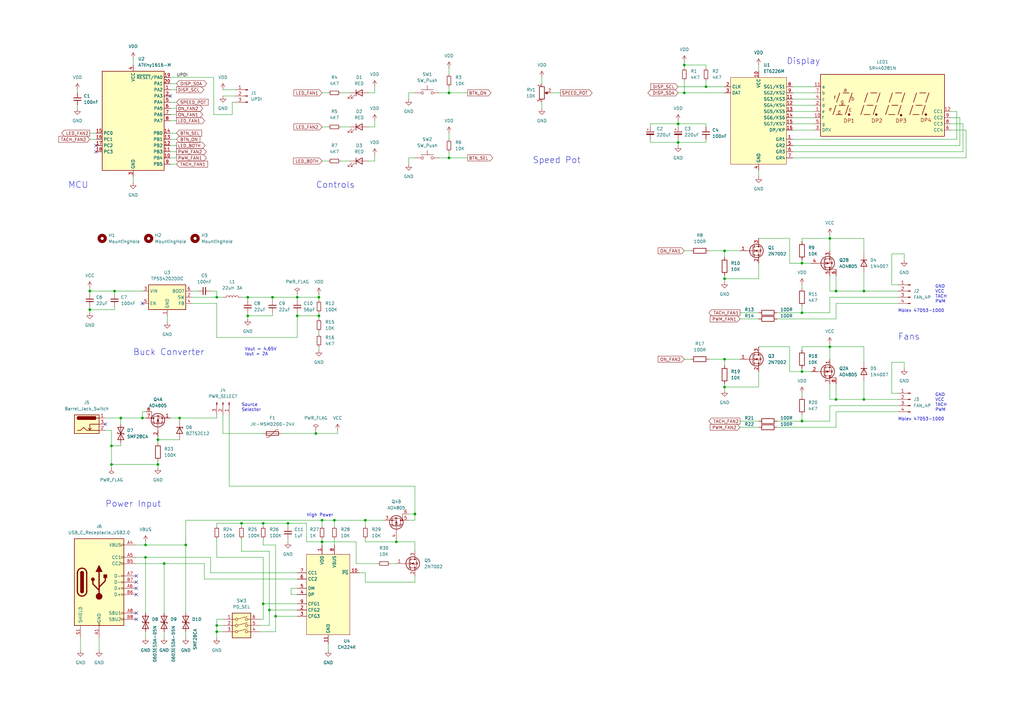
<source format=kicad_sch>
(kicad_sch (version 20211123) (generator eeschema)
  (paper "A3")
  (title_block (title "Dual PWM Fan Controller") (date "2023-04-25") (rev "1") (company "Sleepy Pony Labs"))
  (junction (at 111.76 121.92))
  (junction (at 130.81 129.54))
  (junction (at 45.72 190.5))
  (junction (at 59.69 228.6))
  (junction (at 342.9 163.83))
  (junction (at 107.95 214.63))
  (junction (at 328.93 172.72))
  (junction (at 107.95 247.65))
  (junction (at 46.99 119.38))
  (junction (at 184.15 64.77))
  (junction (at 129.54 177.8))
  (junction (at 132.08 213.36))
  (junction (at 88.9 121.92))
  (junction (at 289.56 35.56))
  (junction (at 184.15 38.1))
  (junction (at 113.03 252.73))
  (junction (at 297.18 102.87))
  (junction (at 280.67 38.1))
  (junction (at 118.11 214.63))
  (junction (at 101.6 129.54))
  (junction (at 354.33 163.83))
  (junction (at 121.92 121.92))
  (junction (at 328.93 128.27))
  (junction (at 170.18 210.82))
  (junction (at 297.18 147.32))
  (junction (at 101.6 121.92))
  (junction (at 340.36 142.24))
  (junction (at 59.69 223.52))
  (junction (at 64.77 190.5))
  (junction (at 76.2 223.52))
  (junction (at 64.77 180.34))
  (junction (at 137.16 213.36))
  (junction (at 328.93 107.95))
  (junction (at 297.18 114.3))
  (junction (at 278.13 58.42))
  (junction (at 88.9 256.54))
  (junction (at 88.9 259.08))
  (junction (at 99.06 214.63))
  (junction (at 36.83 127))
  (junction (at 342.9 119.38))
  (junction (at 67.31 231.14))
  (junction (at 110.49 250.19))
  (junction (at 121.92 129.54))
  (junction (at 58.42 171.45))
  (junction (at 132.08 222.25))
  (junction (at 278.13 50.8))
  (junction (at 297.18 158.75))
  (junction (at 36.83 119.38))
  (junction (at 149.86 213.36))
  (junction (at 73.66 171.45))
  (junction (at 328.93 152.4))
  (junction (at 45.72 182.88))
  (junction (at 340.36 97.79))
  (junction (at 130.81 121.92))
  (junction (at 280.67 26.67))
  (junction (at 162.56 222.25))
  (junction (at 49.53 171.45))
  (junction (at 354.33 119.38))
  (no_connect (at 69.85 39.37))
  (no_connect (at 58.42 124.46))
  (no_connect (at 39.37 62.23))
  (no_connect (at 39.37 59.69))
  (no_connect (at 55.88 238.76))
  (no_connect (at 55.88 236.22))
  (no_connect (at 43.18 173.99))
  (no_connect (at 55.88 243.84))
  (no_connect (at 55.88 241.3))
  (no_connect (at 55.88 254))
  (no_connect (at 55.88 251.46))
  (wire (pts (xy 278.13 50.8) (xy 278.13 52.07)))
  (wire (pts (xy 55.88 228.6) (xy 59.69 228.6)))
  (wire (pts (xy 278.13 35.56) (xy 289.56 35.56)))
  (wire (pts (xy 280.67 26.67) (xy 280.67 27.94)))
  (wire (pts (xy 392.43 45.72) (xy 389.89 45.72)))
  (wire (pts (xy 118.11 214.63) (xy 107.95 214.63)))
  (wire (pts (xy 132.08 38.1) (xy 134.62 38.1)))
  (wire (pts (xy 340.36 140.97) (xy 340.36 142.24)))
  (wire (pts (xy 36.83 119.38) (xy 46.99 119.38)))
  (wire (pts (xy 67.31 231.14) (xy 67.31 251.46)))
  (wire (pts (xy 58.42 168.91) (xy 58.42 171.45)))
  (wire (pts (xy 49.53 171.45) (xy 58.42 171.45)))
  (wire (pts (xy 325.12 38.1) (xy 334.01 38.1)))
  (wire (pts (xy 49.53 171.45) (xy 49.53 173.99)))
  (wire (pts (xy 91.44 39.37) (xy 96.52 39.37)))
  (wire (pts (xy 46.99 119.38) (xy 46.99 120.65)))
  (wire (pts (xy 125.73 214.63) (xy 125.73 222.25)))
  (wire (pts (xy 325.12 57.15) (xy 392.43 57.15)))
  (wire (pts (xy 115.57 177.8) (xy 129.54 177.8)))
  (wire (pts (xy 340.36 172.72) (xy 340.36 166.37)))
  (wire (pts (xy 396.24 64.77) (xy 396.24 53.34)))
  (wire (pts (xy 99.06 214.63) (xy 88.9 214.63)))
  (wire (pts (xy 107.95 247.65) (xy 107.95 228.6)))
  (wire (pts (xy 278.13 50.8) (xy 266.7 50.8)))
  (wire (pts (xy 297.18 158.75) (xy 297.18 160.02)))
  (wire (pts (xy 146.05 222.25) (xy 132.08 222.25)))
  (wire (pts (xy 67.31 259.08) (xy 67.31 261.62)))
  (wire (pts (xy 88.9 259.08) (xy 88.9 261.62)))
  (wire (pts (xy 342.9 119.38) (xy 342.9 113.03)))
  (wire (pts (xy 69.85 41.91) (xy 72.39 41.91)))
  (wire (pts (xy 64.77 189.23) (xy 64.77 190.5)))
  (wire (pts (xy 280.67 147.32) (xy 283.21 147.32)))
  (wire (pts (xy 354.33 97.79) (xy 340.36 97.79)))
  (wire (pts (xy 311.15 114.3) (xy 311.15 107.95)))
  (wire (pts (xy 289.56 35.56) (xy 289.56 33.02)))
  (wire (pts (xy 368.3 161.29) (xy 365.76 161.29)))
  (wire (pts (xy 31.75 36.83) (xy 31.75 38.1)))
  (wire (pts (xy 278.13 57.15) (xy 278.13 58.42)))
  (wire (pts (xy 130.81 129.54) (xy 130.81 128.27)))
  (wire (pts (xy 342.9 130.81) (xy 342.9 124.46)))
  (wire (pts (xy 121.92 129.54) (xy 121.92 138.43)))
  (wire (pts (xy 96.52 41.91) (xy 95.25 41.91)))
  (wire (pts (xy 278.13 58.42) (xy 266.7 58.42)))
  (wire (pts (xy 110.49 226.06) (xy 99.06 226.06)))
  (wire (pts (xy 184.15 62.23) (xy 184.15 64.77)))
  (wire (pts (xy 396.24 53.34) (xy 389.89 53.34)))
  (wire (pts (xy 325.12 62.23) (xy 394.97 62.23)))
  (wire (pts (xy 118.11 220.98) (xy 118.11 222.25)))
  (wire (pts (xy 325.12 59.69) (xy 393.7 59.69)))
  (wire (pts (xy 68.58 129.54) (xy 68.58 132.08)))
  (wire (pts (xy 76.2 213.36) (xy 132.08 213.36)))
  (wire (pts (xy 69.85 49.53) (xy 72.39 49.53)))
  (wire (pts (xy 69.85 54.61) (xy 72.39 54.61)))
  (wire (pts (xy 132.08 52.07) (xy 134.62 52.07)))
  (wire (pts (xy 297.18 102.87) (xy 303.53 102.87)))
  (wire (pts (xy 340.36 113.03) (xy 340.36 119.38)))
  (wire (pts (xy 46.99 127) (xy 46.99 125.73)))
  (wire (pts (xy 365.76 161.29) (xy 365.76 148.59)))
  (wire (pts (xy 325.12 64.77) (xy 396.24 64.77)))
  (wire (pts (xy 59.69 228.6) (xy 86.36 228.6)))
  (wire (pts (xy 59.69 228.6) (xy 59.69 251.46)))
  (wire (pts (xy 393.7 48.26) (xy 389.89 48.26)))
  (wire (pts (xy 36.83 125.73) (xy 36.83 127)))
  (wire (pts (xy 153.67 38.1) (xy 151.13 38.1)))
  (wire (pts (xy 121.92 247.65) (xy 107.95 247.65)))
  (wire (pts (xy 354.33 111.76) (xy 354.33 119.38)))
  (wire (pts (xy 31.75 43.18) (xy 31.75 44.45)))
  (wire (pts (xy 146.05 222.25) (xy 146.05 231.14)))
  (wire (pts (xy 45.72 176.53) (xy 43.18 176.53)))
  (wire (pts (xy 323.85 152.4) (xy 323.85 142.24)))
  (wire (pts (xy 153.67 49.53) (xy 153.67 52.07)))
  (wire (pts (xy 45.72 190.5) (xy 45.72 191.77)))
  (wire (pts (xy 184.15 54.61) (xy 184.15 57.15)))
  (wire (pts (xy 91.44 254) (xy 88.9 254)))
  (wire (pts (xy 59.69 222.25) (xy 59.69 223.52)))
  (wire (pts (xy 311.15 26.67) (xy 311.15 29.21)))
  (wire (pts (xy 280.67 38.1) (xy 297.18 38.1)))
  (wire (pts (xy 45.72 190.5) (xy 45.72 182.88)))
  (wire (pts (xy 323.85 107.95) (xy 323.85 97.79)))
  (wire (pts (xy 297.18 113.03) (xy 297.18 114.3)))
  (wire (pts (xy 91.44 256.54) (xy 88.9 256.54)))
  (wire (pts (xy 73.66 171.45) (xy 73.66 172.72)))
  (wire (pts (xy 289.56 58.42) (xy 278.13 58.42)))
  (wire (pts (xy 119.38 241.3) (xy 121.92 241.3)))
  (wire (pts (xy 325.12 50.8) (xy 334.01 50.8)))
  (wire (pts (xy 132.08 220.98) (xy 132.08 222.25)))
  (wire (pts (xy 340.36 166.37) (xy 368.3 166.37)))
  (wire (pts (xy 91.44 170.18) (xy 91.44 177.8)))
  (wire (pts (xy 325.12 45.72) (xy 334.01 45.72)))
  (wire (pts (xy 36.83 54.61) (xy 39.37 54.61)))
  (wire (pts (xy 121.92 250.19) (xy 110.49 250.19)))
  (wire (pts (xy 297.18 147.32) (xy 297.18 149.86)))
  (wire (pts (xy 59.69 223.52) (xy 76.2 223.52)))
  (wire (pts (xy 328.93 128.27) (xy 328.93 125.73)))
  (wire (pts (xy 340.36 157.48) (xy 340.36 163.83)))
  (wire (pts (xy 36.83 57.15) (xy 39.37 57.15)))
  (wire (pts (xy 328.93 128.27) (xy 340.36 128.27)))
  (wire (pts (xy 393.7 59.69) (xy 393.7 48.26)))
  (wire (pts (xy 147.32 234.95) (xy 149.86 234.95)))
  (wire (pts (xy 328.93 152.4) (xy 323.85 152.4)))
  (wire (pts (xy 303.53 175.26) (xy 311.15 175.26)))
  (wire (pts (xy 99.06 121.92) (xy 101.6 121.92)))
  (wire (pts (xy 365.76 116.84) (xy 365.76 104.14)))
  (wire (pts (xy 184.15 27.94) (xy 184.15 30.48)))
  (wire (pts (xy 325.12 43.18) (xy 334.01 43.18)))
  (wire (pts (xy 394.97 62.23) (xy 394.97 50.8)))
  (wire (pts (xy 119.38 241.3) (xy 119.38 243.84)))
  (wire (pts (xy 101.6 121.92) (xy 111.76 121.92)))
  (wire (pts (xy 107.95 228.6) (xy 88.9 228.6)))
  (wire (pts (xy 129.54 177.8) (xy 138.43 177.8)))
  (wire (pts (xy 354.33 163.83) (xy 342.9 163.83)))
  (wire (pts (xy 280.67 26.67) (xy 289.56 26.67)))
  (wire (pts (xy 167.64 38.1) (xy 167.64 40.64)))
  (wire (pts (xy 149.86 238.76) (xy 170.18 238.76)))
  (wire (pts (xy 59.69 168.91) (xy 58.42 168.91)))
  (wire (pts (xy 297.18 157.48) (xy 297.18 158.75)))
  (wire (pts (xy 365.76 148.59) (xy 370.84 148.59)))
  (wire (pts (xy 91.44 36.83) (xy 96.52 36.83)))
  (wire (pts (xy 149.86 213.36) (xy 157.48 213.36)))
  (wire (pts (xy 278.13 50.8) (xy 289.56 50.8)))
  (wire (pts (xy 170.18 38.1) (xy 167.64 38.1)))
  (wire (pts (xy 73.66 180.34) (xy 64.77 180.34)))
  (wire (pts (xy 113.03 259.08) (xy 113.03 252.73)))
  (wire (pts (xy 87.63 46.99) (xy 87.63 31.75)))
  (wire (pts (xy 328.93 107.95) (xy 328.93 106.68)))
  (wire (pts (xy 340.36 142.24) (xy 328.93 142.24)))
  (wire (pts (xy 107.95 214.63) (xy 107.95 215.9)))
  (wire (pts (xy 36.83 119.38) (xy 36.83 120.65)))
  (wire (pts (xy 58.42 171.45) (xy 59.69 171.45)))
  (wire (pts (xy 153.67 35.56) (xy 153.67 38.1)))
  (wire (pts (xy 107.95 214.63) (xy 99.06 214.63)))
  (wire (pts (xy 99.06 226.06) (xy 99.06 220.98)))
  (wire (pts (xy 138.43 177.8) (xy 138.43 176.53)))
  (wire (pts (xy 318.77 172.72) (xy 328.93 172.72)))
  (wire (pts (xy 78.74 121.92) (xy 88.9 121.92)))
  (wire (pts (xy 340.36 163.83) (xy 342.9 163.83)))
  (wire (pts (xy 370.84 148.59) (xy 370.84 151.13)))
  (wire (pts (xy 101.6 121.92) (xy 101.6 123.19)))
  (wire (pts (xy 76.2 259.08) (xy 76.2 261.62)))
  (wire (pts (xy 64.77 190.5) (xy 45.72 190.5)))
  (wire (pts (xy 137.16 213.36) (xy 132.08 213.36)))
  (wire (pts (xy 325.12 53.34) (xy 334.01 53.34)))
  (wire (pts (xy 340.36 119.38) (xy 342.9 119.38)))
  (wire (pts (xy 289.56 35.56) (xy 297.18 35.56)))
  (wire (pts (xy 54.61 24.13) (xy 54.61 26.67)))
  (wire (pts (xy 130.81 135.89) (xy 130.81 137.16)))
  (wire (pts (xy 86.36 119.38) (xy 88.9 119.38)))
  (wire (pts (xy 354.33 148.59) (xy 354.33 142.24)))
  (wire (pts (xy 328.93 172.72) (xy 340.36 172.72)))
  (wire (pts (xy 392.43 57.15) (xy 392.43 45.72)))
  (wire (pts (xy 45.72 182.88) (xy 45.72 176.53)))
  (wire (pts (xy 342.9 168.91) (xy 368.3 168.91)))
  (wire (pts (xy 130.81 129.54) (xy 130.81 130.81)))
  (wire (pts (xy 280.67 102.87) (xy 283.21 102.87)))
  (wire (pts (xy 49.53 182.88) (xy 45.72 182.88)))
  (wire (pts (xy 88.9 138.43) (xy 88.9 124.46)))
  (wire (pts (xy 107.95 223.52) (xy 107.95 220.98)))
  (wire (pts (xy 110.49 250.19) (xy 110.49 226.06)))
  (wire (pts (xy 290.83 147.32) (xy 297.18 147.32)))
  (wire (pts (xy 40.64 261.62) (xy 40.64 266.7)))
  (wire (pts (xy 78.74 119.38) (xy 81.28 119.38)))
  (wire (pts (xy 278.13 49.53) (xy 278.13 50.8)))
  (wire (pts (xy 323.85 142.24) (xy 311.15 142.24)))
  (wire (pts (xy 328.93 161.29) (xy 328.93 162.56)))
  (wire (pts (xy 318.77 175.26) (xy 342.9 175.26)))
  (wire (pts (xy 121.92 138.43) (xy 88.9 138.43)))
  (wire (pts (xy 226.06 38.1) (xy 229.87 38.1)))
  (wire (pts (xy 167.64 210.82) (xy 170.18 210.82)))
  (wire (pts (xy 149.86 234.95) (xy 149.86 238.76)))
  (wire (pts (xy 111.76 121.92) (xy 121.92 121.92)))
  (wire (pts (xy 149.86 222.25) (xy 162.56 222.25)))
  (wire (pts (xy 88.9 119.38) (xy 88.9 121.92)))
  (wire (pts (xy 325.12 35.56) (xy 334.01 35.56)))
  (wire (pts (xy 328.93 116.84) (xy 328.93 118.11)))
  (wire (pts (xy 368.3 119.38) (xy 354.33 119.38)))
  (wire (pts (xy 139.7 52.07) (xy 143.51 52.07)))
  (wire (pts (xy 184.15 35.56) (xy 184.15 38.1)))
  (wire (pts (xy 332.74 107.95) (xy 328.93 107.95)))
  (wire (pts (xy 88.9 171.45) (xy 88.9 170.18)))
  (wire (pts (xy 130.81 121.92) (xy 130.81 123.19)))
  (wire (pts (xy 54.61 72.39) (xy 54.61 74.93)))
  (wire (pts (xy 354.33 156.21) (xy 354.33 163.83)))
  (wire (pts (xy 129.54 177.8) (xy 129.54 176.53)))
  (wire (pts (xy 86.36 228.6) (xy 86.36 234.95)))
  (wire (pts (xy 64.77 180.34) (xy 64.77 181.61)))
  (wire (pts (xy 111.76 129.54) (xy 111.76 128.27)))
  (wire (pts (xy 153.67 52.07) (xy 151.13 52.07)))
  (wire (pts (xy 130.81 142.24) (xy 130.81 143.51)))
  (wire (pts (xy 69.85 62.23) (xy 72.39 62.23)))
  (wire (pts (xy 107.95 254) (xy 107.95 247.65)))
  (wire (pts (xy 170.18 210.82) (xy 170.18 199.39)))
  (wire (pts (xy 88.9 256.54) (xy 88.9 259.08)))
  (wire (pts (xy 111.76 121.92) (xy 111.76 123.19)))
  (wire (pts (xy 139.7 38.1) (xy 143.51 38.1)))
  (wire (pts (xy 170.18 64.77) (xy 167.64 64.77)))
  (wire (pts (xy 340.36 147.32) (xy 340.36 142.24)))
  (wire (pts (xy 88.9 124.46) (xy 78.74 124.46)))
  (wire (pts (xy 325.12 40.64) (xy 334.01 40.64)))
  (wire (pts (xy 370.84 104.14) (xy 370.84 106.68)))
  (wire (pts (xy 59.69 259.08) (xy 59.69 261.62)))
  (wire (pts (xy 318.77 128.27) (xy 328.93 128.27)))
  (wire (pts (xy 130.81 120.65) (xy 130.81 121.92)))
  (wire (pts (xy 332.74 152.4) (xy 328.93 152.4)))
  (wire (pts (xy 106.68 259.08) (xy 113.03 259.08)))
  (wire (pts (xy 303.53 172.72) (xy 311.15 172.72)))
  (wire (pts (xy 88.9 254) (xy 88.9 256.54)))
  (wire (pts (xy 46.99 119.38) (xy 58.42 119.38)))
  (wire (pts (xy 222.25 31.75) (xy 222.25 34.29)))
  (wire (pts (xy 154.94 231.14) (xy 146.05 231.14)))
  (wire (pts (xy 121.92 129.54) (xy 130.81 129.54)))
  (wire (pts (xy 289.56 57.15) (xy 289.56 58.42)))
  (wire (pts (xy 139.7 66.04) (xy 143.51 66.04)))
  (wire (pts (xy 323.85 97.79) (xy 311.15 97.79)))
  (wire (pts (xy 278.13 58.42) (xy 278.13 59.69)))
  (wire (pts (xy 73.66 171.45) (xy 88.9 171.45)))
  (wire (pts (xy 69.85 36.83) (xy 72.39 36.83)))
  (wire (pts (xy 121.92 120.65) (xy 121.92 121.92)))
  (wire (pts (xy 289.56 50.8) (xy 289.56 52.07)))
  (wire (pts (xy 167.64 64.77) (xy 167.64 67.31)))
  (wire (pts (xy 342.9 175.26) (xy 342.9 168.91)))
  (wire (pts (xy 170.18 238.76) (xy 170.18 236.22)))
  (wire (pts (xy 55.88 231.14) (xy 67.31 231.14)))
  (wire (pts (xy 170.18 199.39) (xy 93.98 199.39)))
  (wire (pts (xy 318.77 130.81) (xy 342.9 130.81)))
  (wire (pts (xy 170.18 222.25) (xy 170.18 226.06)))
  (wire (pts (xy 278.13 38.1) (xy 280.67 38.1)))
  (wire (pts (xy 64.77 190.5) (xy 64.77 191.77)))
  (wire (pts (xy 43.18 171.45) (xy 49.53 171.45)))
  (wire (pts (xy 149.86 220.98) (xy 149.86 222.25)))
  (wire (pts (xy 101.6 129.54) (xy 101.6 130.81)))
  (wire (pts (xy 36.83 127) (xy 46.99 127)))
  (wire (pts (xy 113.03 252.73) (xy 113.03 223.52)))
  (wire (pts (xy 125.73 222.25) (xy 132.08 222.25)))
  (wire (pts (xy 64.77 180.34) (xy 64.77 179.07)))
  (wire (pts (xy 368.3 116.84) (xy 365.76 116.84)))
  (wire (pts (xy 69.85 44.45) (xy 72.39 44.45)))
  (wire (pts (xy 106.68 256.54) (xy 110.49 256.54)))
  (wire (pts (xy 290.83 102.87) (xy 297.18 102.87)))
  (wire (pts (xy 132.08 222.25) (xy 132.08 223.52)))
  (wire (pts (xy 328.93 107.95) (xy 323.85 107.95)))
  (wire (pts (xy 95.25 41.91) (xy 95.25 46.99)))
  (wire (pts (xy 113.03 223.52) (xy 107.95 223.52)))
  (wire (pts (xy 121.92 121.92) (xy 121.92 123.19)))
  (wire (pts (xy 69.85 64.77) (xy 72.39 64.77)))
  (wire (pts (xy 311.15 69.85) (xy 311.15 72.39)))
  (wire (pts (xy 328.93 142.24) (xy 328.93 143.51)))
  (wire (pts (xy 184.15 38.1) (xy 191.77 38.1)))
  (wire (pts (xy 69.85 57.15) (xy 72.39 57.15)))
  (wire (pts (xy 340.36 121.92) (xy 368.3 121.92)))
  (wire (pts (xy 36.83 127) (xy 36.83 128.27)))
  (wire (pts (xy 88.9 121.92) (xy 91.44 121.92)))
  (wire (pts (xy 132.08 213.36) (xy 132.08 215.9)))
  (wire (pts (xy 340.36 97.79) (xy 328.93 97.79)))
  (wire (pts (xy 340.36 96.52) (xy 340.36 97.79)))
  (wire (pts (xy 88.9 228.6) (xy 88.9 220.98)))
  (wire (pts (xy 280.67 38.1) (xy 280.67 33.02)))
  (wire (pts (xy 67.31 231.14) (xy 83.82 231.14)))
  (wire (pts (xy 354.33 119.38) (xy 342.9 119.38)))
  (wire (pts (xy 340.36 128.27) (xy 340.36 121.92)))
  (wire (pts (xy 76.2 223.52) (xy 76.2 213.36)))
  (wire (pts (xy 328.93 152.4) (xy 328.93 151.13)))
  (wire (pts (xy 36.83 119.38) (xy 36.83 118.11)))
  (wire (pts (xy 106.68 254) (xy 107.95 254)))
  (wire (pts (xy 134.62 264.16) (xy 134.62 266.7)))
  (wire (pts (xy 289.56 26.67) (xy 289.56 27.94)))
  (wire (pts (xy 101.6 128.27) (xy 101.6 129.54)))
  (wire (pts (xy 153.67 63.5) (xy 153.67 66.04)))
  (wire (pts (xy 303.53 128.27) (xy 311.15 128.27)))
  (wire (pts (xy 170.18 210.82) (xy 170.18 213.36)))
  (wire (pts (xy 340.36 102.87) (xy 340.36 97.79)))
  (wire (pts (xy 101.6 129.54) (xy 111.76 129.54)))
  (wire (pts (xy 184.15 38.1) (xy 180.34 38.1)))
  (wire (pts (xy 95.25 46.99) (xy 87.63 46.99)))
  (wire (pts (xy 69.85 59.69) (xy 72.39 59.69)))
  (wire (pts (xy 162.56 222.25) (xy 170.18 222.25)))
  (wire (pts (xy 342.9 163.83) (xy 342.9 157.48)))
  (wire (pts (xy 311.15 158.75) (xy 311.15 152.4)))
  (wire (pts (xy 118.11 215.9) (xy 118.11 214.63)))
  (wire (pts (xy 328.93 172.72) (xy 328.93 170.18)))
  (wire (pts (xy 121.92 128.27) (xy 121.92 129.54)))
  (wire (pts (xy 99.06 214.63) (xy 99.06 215.9)))
  (wire (pts (xy 76.2 223.52) (xy 76.2 251.46)))
  (wire (pts (xy 69.85 46.99) (xy 72.39 46.99)))
  (wire (pts (xy 118.11 214.63) (xy 125.73 214.63)))
  (wire (pts (xy 280.67 25.4) (xy 280.67 26.67)))
  (wire (pts (xy 69.85 31.75) (xy 87.63 31.75)))
  (wire (pts (xy 222.25 41.91) (xy 222.25 44.45)))
  (wire (pts (xy 93.98 199.39) (xy 93.98 170.18)))
  (wire (pts (xy 49.53 181.61) (xy 49.53 182.88)))
  (wire (pts (xy 91.44 177.8) (xy 107.95 177.8)))
  (wire (pts (xy 368.3 163.83) (xy 354.33 163.83)))
  (wire (pts (xy 160.02 231.14) (xy 162.56 231.14)))
  (wire (pts (xy 33.02 261.62) (xy 33.02 266.7)))
  (wire (pts (xy 132.08 66.04) (xy 134.62 66.04)))
  (wire (pts (xy 266.7 58.42) (xy 266.7 57.15)))
  (wire (pts (xy 325.12 48.26) (xy 334.01 48.26)))
  (wire (pts (xy 170.18 213.36) (xy 167.64 213.36)))
  (wire (pts (xy 55.88 223.52) (xy 59.69 223.52)))
  (wire (pts (xy 365.76 104.14) (xy 370.84 104.14)))
  (wire (pts (xy 110.49 256.54) (xy 110.49 250.19)))
  (wire (pts (xy 137.16 215.9) (xy 137.16 213.36)))
  (wire (pts (xy 88.9 214.63) (xy 88.9 215.9)))
  (wire (pts (xy 119.38 243.84) (xy 121.92 243.84)))
  (wire (pts (xy 121.92 252.73) (xy 113.03 252.73)))
  (wire (pts (xy 297.18 114.3) (xy 311.15 114.3)))
  (wire (pts (xy 297.18 147.32) (xy 303.53 147.32)))
  (wire (pts (xy 297.18 158.75) (xy 311.15 158.75)))
  (wire (pts (xy 297.18 114.3) (xy 297.18 115.57)))
  (wire (pts (xy 69.85 67.31) (xy 72.39 67.31)))
  (wire (pts (xy 342.9 124.46) (xy 368.3 124.46)))
  (wire (pts (xy 162.56 222.25) (xy 162.56 220.98)))
  (wire (pts (xy 83.82 237.49) (xy 121.92 237.49)))
  (wire (pts (xy 83.82 231.14) (xy 83.82 237.49)))
  (wire (pts (xy 184.15 64.77) (xy 180.34 64.77)))
  (wire (pts (xy 266.7 50.8) (xy 266.7 52.07)))
  (wire (pts (xy 303.53 130.81) (xy 311.15 130.81)))
  (wire (pts (xy 328.93 97.79) (xy 328.93 99.06)))
  (wire (pts (xy 137.16 213.36) (xy 149.86 213.36)))
  (wire (pts (xy 121.92 121.92) (xy 130.81 121.92)))
  (wire (pts (xy 153.67 66.04) (xy 151.13 66.04)))
  (wire (pts (xy 69.85 34.29) (xy 72.39 34.29)))
  (wire (pts (xy 354.33 142.24) (xy 340.36 142.24)))
  (wire (pts (xy 137.16 220.98) (xy 137.16 223.52)))
  (wire (pts (xy 86.36 234.95) (xy 121.92 234.95)))
  (wire (pts (xy 354.33 104.14) (xy 354.33 97.79)))
  (wire (pts (xy 69.85 171.45) (xy 73.66 171.45)))
  (wire (pts (xy 297.18 102.87) (xy 297.18 105.41)))
  (wire (pts (xy 149.86 213.36) (xy 149.86 215.9)))
  (wire (pts (xy 184.15 64.77) (xy 191.77 64.77)))
  (wire (pts (xy 91.44 259.08) (xy 88.9 259.08)))
  (wire (pts (xy 394.97 50.8) (xy 389.89 50.8)))
  (text "Fans" (at 368.3 139.7 0) (effects (font (size 2.54 2.54)) (justify left bottom)))
  (text "Molex 47053-1000" (at 368.3 128.27 0) (effects (font (size 1.27 1.27)) (justify left bottom)))
  (text "GND\nVCC\nTACH\nPWM" (at 383.54 168.91 0) (effects (font (size 1.27 1.27)) (justify left bottom)))
  (text "High Power" (at 125.73 212.09 0) (effects (font (size 1.27 1.27)) (justify left bottom)))
  (text "MCU" (at 27.94 77.47 0) (effects (font (size 2.54 2.54)) (justify left bottom)))
  (text "Vout = 4.65V\nIout = 2A" (at 100.33 146.05 0) (effects (font (size 1.27 1.27)) (justify left bottom)))
  (text "Display" (at 322.58 26.67 0) (effects (font (size 2.54 2.54)) (justify left bottom)))
  (text "Source\nSelector" (at 99.06 168.91 0) (effects (font (size 1.27 1.27)) (justify left bottom)))
  (text "Buck Converter" (at 54.61 146.05 0) (effects (font (size 2.54 2.54)) (justify left bottom)))
  (text "Controls" (at 129.54 77.47 0) (effects (font (size 2.54 2.54)) (justify left bottom)))
  (text "Molex 47053-1000" (at 368.3 172.72 0) (effects (font (size 1.27 1.27)) (justify left bottom)))
  (text "GND\nVCC\nTACH\nPWM" (at 383.54 124.46 0) (effects (font (size 1.27 1.27)) (justify left bottom)))
  (text "Speed Pot" (at 218.44 67.31 0) (effects (font (size 2.54 2.54)) (justify left bottom)))
  (text "Power Input" (at 43.18 208.28 0) (effects (font (size 2.54 2.54)) (justify left bottom)))
  (label "UPDI" (at 72.39 31.75 0))
  (global_label "DISP_SCL" (shape output) (at 72.39 36.83 0) (property "Intersheet References" "${INTERSHEET_REFS}" (effects hide)))
  (global_label "BTN_ON" (shape output) (at 191.77 38.1 0) (property "Intersheet References" "${INTERSHEET_REFS}" (effects hide)))
  (global_label "ON_FAN1" (shape output) (at 72.39 46.99 0) (property "Intersheet References" "${INTERSHEET_REFS}" (effects hide)))
  (global_label "DISP_SCL" (shape input) (at 278.13 35.56 180) (property "Intersheet References" "${INTERSHEET_REFS}" (effects hide)))
  (global_label "TACH_FAN1" (shape output) (at 303.53 128.27 180) (property "Intersheet References" "${INTERSHEET_REFS}" (effects hide)))
  (global_label "PWM_FAN2" (shape output) (at 72.39 62.23 0) (property "Intersheet References" "${INTERSHEET_REFS}" (effects hide)))
  (global_label "LED_BOTH" (shape output) (at 72.39 59.69 0) (property "Intersheet References" "${INTERSHEET_REFS}" (effects hide)))
  (global_label "SPEED_POT" (shape output) (at 229.87 38.1 0) (property "Intersheet References" "${INTERSHEET_REFS}" (effects hide)))
  (global_label "TACH_FAN1" (shape input) (at 72.39 67.31 0) (property "Intersheet References" "${INTERSHEET_REFS}" (effects hide)))
  (global_label "LED_FAN2" (shape output) (at 36.83 54.61 180) (property "Intersheet References" "${INTERSHEET_REFS}" (effects hide)))
  (global_label "PWM_FAN1" (shape input) (at 303.53 130.81 180) (property "Intersheet References" "${INTERSHEET_REFS}" (effects hide)))
  (global_label "LED_FAN1" (shape output) (at 72.39 49.53 0) (property "Intersheet References" "${INTERSHEET_REFS}" (effects hide)))
  (global_label "LED_FAN2" (shape input) (at 132.08 52.07 180) (property "Intersheet References" "${INTERSHEET_REFS}" (effects hide)))
  (global_label "ON_FAN1" (shape input) (at 280.67 102.87 180) (property "Intersheet References" "${INTERSHEET_REFS}" (effects hide)))
  (global_label "LED_BOTH" (shape input) (at 132.08 66.04 180) (property "Intersheet References" "${INTERSHEET_REFS}" (effects hide)))
  (global_label "SPEED_POT" (shape input) (at 72.39 41.91 0) (property "Intersheet References" "${INTERSHEET_REFS}" (effects hide)))
  (global_label "BTN_SEL" (shape input) (at 72.39 54.61 0) (property "Intersheet References" "${INTERSHEET_REFS}" (effects hide)))
  (global_label "DISP_SDA" (shape bidirectional) (at 278.13 38.1 180) (property "Intersheet References" "${INTERSHEET_REFS}" (effects hide)))
  (global_label "ON_FAN2" (shape input) (at 280.67 147.32 180) (property "Intersheet References" "${INTERSHEET_REFS}" (effects hide)))
  (global_label "DISP_SDA" (shape bidirectional) (at 72.39 34.29 0) (property "Intersheet References" "${INTERSHEET_REFS}" (effects hide)))
  (global_label "TACH_FAN2" (shape input) (at 36.83 57.15 180) (property "Intersheet References" "${INTERSHEET_REFS}" (effects hide)))
  (global_label "PWM_FAN2" (shape input) (at 303.53 175.26 180) (property "Intersheet References" "${INTERSHEET_REFS}" (effects hide)))
  (global_label "LED_FAN1" (shape input) (at 132.08 38.1 180) (property "Intersheet References" "${INTERSHEET_REFS}" (effects hide)))
  (global_label "BTN_SEL" (shape output) (at 191.77 64.77 0) (property "Intersheet References" "${INTERSHEET_REFS}" (effects hide)))
  (global_label "BTN_ON" (shape input) (at 72.39 57.15 0) (property "Intersheet References" "${INTERSHEET_REFS}" (effects hide)))
  (global_label "ON_FAN2" (shape output) (at 72.39 44.45 0) (property "Intersheet References" "${INTERSHEET_REFS}" (effects hide)))
  (global_label "PWM_FAN1" (shape output) (at 72.39 64.77 0) (property "Intersheet References" "${INTERSHEET_REFS}" (effects hide)))
  (global_label "TACH_FAN2" (shape output) (at 303.53 172.72 180) (property "Intersheet References" "${INTERSHEET_REFS}" (effects hide)))
  (symbol (lib_id "power:VDD") (at 31.75 36.83 0) (unit 1)
    (property "Reference" "#PWR07" (effects hide))
    (property "Value" "VDD" (at 31.75 31.75 0))
  )
  (symbol (lib_id "Device:D") (at 354.33 152.4 270) (unit 1)
    (property "Reference" "D5" (at 356.87 151.1299 90) (effects (justify left)))
    (property "Value" "1N4007" (at 356.87 153.6699 90) (effects (justify left)))
    (property "Footprint" "Diode_SMD:D_SOD-123F" (effects hide))
  )
  (symbol (lib_id "power:GND") (at 88.9 261.62 0) (unit 1)
    (property "Reference" "#PWR041" (effects hide))
    (property "Value" "GND" (at 88.9 266.7 0))
  )
  (symbol (lib_id "Device:R_Small") (at 157.48 231.14 90) (unit 1)
    (property "Reference" "R30" (at 157.48 224.79 90))
    (property "Value" "10K" (at 157.48 227.33 90))
    (property "Footprint" "Resistor_SMD:R_0603_1608Metric" (effects hide))
  )
  (symbol (lib_id "power:GND") (at 36.83 128.27 0) (unit 1)
    (property "Reference" "#PWR027" (effects hide))
    (property "Value" "GND" (at 36.83 133.35 0))
  )
  (symbol (lib_id "power:VDD") (at 280.67 25.4 0) (unit 1)
    (property "Reference" "#PWR02" (effects hide))
    (property "Value" "VDD" (at 280.67 20.32 0))
  )
  (symbol (lib_id "power:VBUS") (at 59.69 222.25 0) (unit 1)
    (property "Reference" "#PWR0101" (effects hide))
    (property "Value" "VBUS" (at 59.69 217.17 0))
  )
  (symbol (lib_id "power:PWR_FLAG") (at 121.92 120.65 0) (unit 1)
    (property "Reference" "#FLG01" (effects hide))
    (property "Value" "PWR_FLAG" (at 121.92 115.57 0))
  )
  (symbol (lib_id "Device:Q_Dual_PMOS_S1G1S2G2D2D2D1D1") (at 337.82 107.95 0) (mirror x) (unit 2)
    (property "Reference" "Q2" (at 344.17 106.6799 0) (effects (justify left)))
    (property "Value" "AO4805" (at 344.17 109.2199 0) (effects (justify left)))
    (property "Footprint" "Package_SO:SOIC-8_3.9x4.9mm_P1.27mm" (effects hide))
  )
  (symbol (lib_id "power:PWR_FLAG") (at 129.54 176.53 0) (unit 1)
    (property "Reference" "#FLG02" (effects hide))
    (property "Value" "PWR_FLAG" (at 129.54 171.45 0))
  )
  (symbol (lib_id "Device:R") (at 64.77 185.42 0) (unit 1)
    (property "Reference" "R23" (at 67.31 184.1499 0) (effects (justify left)))
    (property "Value" "100K" (at 67.31 186.6899 0) (effects (justify left)))
    (property "Footprint" "Resistor_SMD:R_0603_1608Metric" (effects hide))
  )
  (symbol (lib_id "Mechanical:MountingHole") (at 60.96 97.79 0) (unit 1)
    (property "Reference" "H2" (at 63.5 96.5199 0) (effects (justify left)))
    (property "Value" "MountingHole" (at 63.5 99.0599 0) (effects (justify left)))
    (property "Footprint" "MountingHole:MountingHole_2mm" (effects hide))
  )
  (symbol (lib_id "Transistor_FET:2N7002") (at 167.64 231.14 0) (unit 1)
    (property "Reference" "Q5" (at 173.99 229.8699 0) (effects (justify left)))
    (property "Value" "2N7002" (at 173.99 232.4099 0) (effects (justify left)))
    (property "Footprint" "Package_TO_SOT_SMD:SOT-23" (effects hide))
    (property "Datasheet" "https://www.onsemi.com/pub/Collateral/NDS7002A-D.PDF" (effects hide))
  )
  (symbol (lib_id "Device:Q_NMOS_GSD") (at 308.61 147.32 0) (unit 1)
    (property "Reference" "Q3" (at 314.96 146.0499 0) (effects (justify left)))
    (property "Value" "2N7002" (at 314.96 148.5899 0) (effects (justify left)))
    (property "Footprint" "Package_TO_SOT_SMD:SOT-23" (effects hide))
  )
  (symbol (lib_id "power:VDD") (at 153.67 63.5 0) (unit 1)
    (property "Reference" "#PWR017" (effects hide))
    (property "Value" "VDD" (at 153.67 58.42 0))
  )
  (symbol (lib_id "power:GND") (at 297.18 160.02 0) (unit 1)
    (property "Reference" "#PWR033" (effects hide))
    (property "Value" "GND" (at 297.18 165.1 0))
  )
  (symbol (lib_id "power:GND") (at 222.25 44.45 0) (unit 1)
    (property "Reference" "#PWR012" (effects hide))
    (property "Value" "GND" (at 222.25 49.53 0))
  )
  (symbol (lib_id "Switch:SW_DIP_x03") (at 99.06 259.08 0) (unit 1)
    (property "Reference" "SW3" (at 99.06 246.38 0))
    (property "Value" "PD_SEL" (at 99.06 248.92 0))
    (property "Footprint" "Button_Switch_SMD:SW_DIP_SPSTx03_Slide_KingTek_DSHP03TS_W7.62mm_P1.27mm" (effects hide))
  )
  (symbol (lib_id "power:GND") (at 118.11 222.25 0) (unit 1)
    (property "Reference" "#PWR037" (effects hide))
    (property "Value" "GND" (at 118.11 227.33 0))
  )
  (symbol (lib_id "Device:LED") (at 147.32 52.07 0) (unit 1)
    (property "Reference" "D2" (at 147.32 45.72 0))
    (property "Value" "RED" (at 147.32 48.26 0))
    (property "Footprint" "LED_SMD:LED_0603_1608Metric" (effects hide))
  )
  (symbol (lib_id "Device:R") (at 314.96 128.27 90) (unit 1)
    (property "Reference" "R13" (at 307.34 127 90))
    (property "Value" "100R" (at 322.58 127 90))
    (property "Footprint" "Resistor_SMD:R_0603_1608Metric" (effects hide))
  )
  (symbol (lib_id "power:GND") (at 130.81 143.51 0) (unit 1)
    (property "Reference" "#PWR031" (effects hide))
    (property "Value" "GND" (at 130.81 148.59 0))
  )
  (symbol (lib_id "power:VDD") (at 130.81 120.65 0) (unit 1)
    (property "Reference" "#PWR026" (effects hide))
    (property "Value" "VDD" (at 130.81 115.57 0))
  )
  (symbol (lib_id "power:GND") (at 67.31 261.62 0) (unit 1)
    (property "Reference" "#PWR039" (effects hide))
    (property "Value" "GND" (at 67.31 266.7 0))
  )
  (symbol (lib_id "Device:C_Small") (at 46.99 123.19 0) (unit 1)
    (property "Reference" "C7" (at 49.53 121.9262 0) (effects (justify left)))
    (property "Value" "100nF" (at 49.53 124.4662 0) (effects (justify left)))
    (property "Footprint" "Capacitor_SMD:C_0603_1608Metric" (effects hide))
  )
  (symbol (lib_id "Device:R") (at 297.18 153.67 0) (unit 1)
    (property "Reference" "R19" (at 299.72 152.3999 0) (effects (justify left)))
    (property "Value" "10K" (at 299.72 154.9399 0) (effects (justify left)))
    (property "Footprint" "Resistor_SMD:R_0603_1608Metric" (effects hide))
  )
  (symbol (lib_id "Device:R_Small") (at 130.81 125.73 0) (unit 1)
    (property "Reference" "R12" (at 133.35 124.4599 0) (effects (justify left)))
    (property "Value" "100K" (at 133.35 126.9999 0) (effects (justify left)))
    (property "Footprint" "Resistor_SMD:R_0603_1608Metric" (effects hide))
  )
  (symbol (lib_id "power:VDD") (at 184.15 54.61 0) (unit 1)
    (property "Reference" "#PWR015" (effects hide))
    (property "Value" "VDD" (at 184.15 49.53 0))
  )
  (symbol (lib_id "Device:C_Small") (at 118.11 218.44 0) (unit 1)
    (property "Reference" "C11" (at 120.65 217.1762 0) (effects (justify left)))
    (property "Value" "1uF" (at 120.65 219.7162 0) (effects (justify left)))
    (property "Footprint" "Capacitor_SMD:C_0603_1608Metric" (effects hide))
  )
  (symbol (lib_id "Device:C_Small") (at 101.6 125.73 0) (unit 1)
    (property "Reference" "C8" (at 104.14 124.4662 0) (effects (justify left)))
    (property "Value" "22uF" (at 104.14 127.0062 0) (effects (justify left)))
    (property "Footprint" "Capacitor_SMD:C_1206_3216Metric" (effects hide))
  )
  (symbol (lib_id "Device:R_Small") (at 137.16 66.04 90) (unit 1)
    (property "Reference" "R7" (at 137.16 59.69 90))
    (property "Value" "4K7" (at 137.16 62.23 90))
    (property "Footprint" "Resistor_SMD:R_0603_1608Metric" (effects hide))
  )
  (symbol (lib_id "power:GND") (at 40.64 266.7 0) (unit 1)
    (property "Reference" "#PWR043" (effects hide))
    (property "Value" "GND" (at 40.64 271.78 0))
  )
  (symbol (lib_id "Device:LED") (at 147.32 38.1 0) (unit 1)
    (property "Reference" "D1" (at 147.32 31.75 0))
    (property "Value" "RED" (at 147.32 34.29 0))
    (property "Footprint" "LED_SMD:LED_0603_1608Metric" (effects hide))
  )
  (symbol (lib_id "power:GND") (at 91.44 39.37 0) (unit 1)
    (property "Reference" "#PWR09" (effects hide))
    (property "Value" "GND" (at 91.44 44.45 0))
  )
  (symbol (lib_id "Switch:SW_Push") (at 175.26 64.77 0) (unit 1)
    (property "Reference" "SW2" (at 175.26 57.15 0))
    (property "Value" "SW_Push" (at 175.26 59.69 0))
    (property "Footprint" "Button_Switch_SMD:SW_SPST_CK_RS282G05A3" (effects hide))
  )
  (symbol (lib_id "power:GND") (at 59.69 261.62 0) (unit 1)
    (property "Reference" "#PWR038" (effects hide))
    (property "Value" "GND" (at 59.69 266.7 0))
  )
  (symbol (lib_id "Device:C_Small") (at 111.76 125.73 0) (unit 1)
    (property "Reference" "C9" (at 114.3 124.4662 0) (effects (justify left)))
    (property "Value" "22uF" (at 114.3 127.0062 0) (effects (justify left)))
    (property "Footprint" "Capacitor_SMD:C_1206_3216Metric" (effects hide))
  )
  (symbol (lib_id "power:VDD") (at 311.15 26.67 0) (unit 1)
    (property "Reference" "#PWR03" (effects hide))
    (property "Value" "VDD" (at 311.15 21.59 0))
  )
  (symbol (lib_id "Device:D_Zener") (at 73.66 176.53 270) (unit 1)
    (property "Reference" "D6" (at 76.2 175.2599 90) (effects (justify left)))
    (property "Value" "BZT52C12" (at 76.2 177.7999 90) (effects (justify left)))
    (property "Footprint" "Diode_SMD:D_SOD-323" (effects hide))
  )
  (symbol (lib_id "Device:R") (at 287.02 102.87 90) (unit 1)
    (property "Reference" "R8" (at 287.02 96.52 90))
    (property "Value" "100R" (at 287.02 99.06 90))
    (property "Footprint" "Resistor_SMD:R_0603_1608Metric" (effects hide))
  )
  (symbol (lib_id "Device:R_Small") (at 289.56 30.48 0) (unit 1)
    (property "Reference" "R2" (at 292.1 29.2099 0) (effects (justify left)))
    (property "Value" "4K7" (at 292.1 31.7499 0) (effects (justify left)))
    (property "Footprint" "Resistor_SMD:R_0603_1608Metric" (effects hide))
  )
  (symbol (lib_id "power:GND") (at 64.77 191.77 0) (unit 1)
    (property "Reference" "#PWR036" (effects hide))
    (property "Value" "GND" (at 64.77 196.85 0))
  )
  (symbol (lib_id "Device:D_TVS") (at 67.31 255.27 90) (unit 1)
    (property "Reference" "D9" (at 69.85 253.9999 90) (effects (justify right)))
    (property "Value" "0603ESDA-05N" (at 71.12 256.54 0) (effects (justify right)))
    (property "Footprint" "Diode_SMD:D_0603_1608Metric" (effects hide))
  )
  (symbol (lib_id "power:GND") (at 76.2 261.62 0) (unit 1)
    (property "Reference" "#PWR040" (effects hide))
    (property "Value" "GND" (at 76.2 266.7 0))
  )
  (symbol (lib_id "MCU_Microchip_ATtiny:ATtiny1616-M") (at 54.61 49.53 0) (unit 1)
    (property "Reference" "U2" (at 56.6294 24.13 0) (effects (justify left)))
    (property "Value" "ATtiny1616-M" (at 56.6294 26.67 0) (effects (justify left)))
    (property "Footprint" "Package_DFN_QFN:VQFN-20-1EP_3x3mm_P0.4mm_EP1.7x1.7mm" (effects hide))
    (property "Datasheet" "http://ww1.microchip.com/downloads/en/DeviceDoc/ATtiny3216_ATtiny1616-data-sheet-40001997B.pdf" (effects hide))
  )
  (symbol (lib_id "Device:LED") (at 147.32 66.04 0) (unit 1)
    (property "Reference" "D3" (at 147.32 59.69 0))
    (property "Value" "RED" (at 147.32 62.23 0))
    (property "Footprint" "LED_SMD:LED_0603_1608Metric" (effects hide))
  )
  (symbol (lib_id "Regulator_Switching:TPS54202DDC") (at 68.58 121.92 0) (unit 1)
    (property "Reference" "U3" (at 68.58 111.76 0))
    (property "Value" "TPS54202DDC" (at 68.58 114.3 0))
    (property "Footprint" "Package_TO_SOT_SMD:SOT-23-6" (effects hide))
    (property "Datasheet" "http://www.ti.com/lit/ds/symlink/tps54202.pdf" (effects hide))
  )
  (symbol (lib_id "power:GND") (at 134.62 266.7 0) (unit 1)
    (property "Reference" "#PWR044" (effects hide))
    (property "Value" "GND" (at 134.62 271.78 0))
  )
  (symbol (lib_id "power:VDD") (at 328.93 116.84 0) (unit 1)
    (property "Reference" "#PWR024" (effects hide))
    (property "Value" "VDD" (at 328.93 111.76 0))
  )
  (symbol (lib_id "Mechanical:MountingHole") (at 41.91 97.79 0) (unit 1)
    (property "Reference" "H1" (at 44.45 96.5199 0) (effects (justify left)))
    (property "Value" "MountingHole" (at 44.45 99.0599 0) (effects (justify left)))
    (property "Footprint" "MountingHole:MountingHole_2mm" (effects hide))
  )
  (symbol (lib_id "power:VDD") (at 153.67 35.56 0) (unit 1)
    (property "Reference" "#PWR06" (effects hide))
    (property "Value" "VDD" (at 153.67 30.48 0))
  )
  (symbol (lib_id "power:VCC") (at 36.83 118.11 0) (unit 1)
    (property "Reference" "#PWR025" (effects hide))
    (property "Value" "VCC" (at 36.83 113.03 0))
  )
  (symbol (lib_id "Device:Q_Dual_PMOS_S1G1S2G2D2D2D1D1") (at 162.56 215.9 270) (mirror x) (unit 2)
    (property "Reference" "Q4" (at 162.56 205.74 90))
    (property "Value" "AO4805" (at 162.56 208.28 90))
    (property "Footprint" "Package_SO:SOIC-8_3.9x4.9mm_P1.27mm" (effects hide))
  )
  (symbol (lib_id "Connector:Conn_01x03_Male") (at 101.6 39.37 0) (mirror y) (unit 1)
    (property "Reference" "J1" (at 102.87 38.0999 0) (effects (justify right)))
    (property "Value" "UPDI" (at 102.87 40.6399 0) (effects (justify right)))
    (property "Footprint" "Connector_PinHeader_2.54mm:PinHeader_1x03_P2.54mm_Vertical" (effects hide))
  )
  (symbol (lib_id "Device:R_Small") (at 184.15 33.02 0) (unit 1)
    (property "Reference" "R3" (at 186.69 31.7499 0) (effects (justify left)))
    (property "Value" "10K" (at 186.69 34.2899 0) (effects (justify left)))
    (property "Footprint" "Resistor_SMD:R_0603_1608Metric" (effects hide))
  )
  (symbol (lib_id "Device:C_Small") (at 289.56 54.61 0) (unit 1)
    (property "Reference" "C4" (at 292.1 53.3462 0) (effects (justify left)))
    (property "Value" "100nF" (at 292.1 55.8862 0) (effects (justify left)))
    (property "Footprint" "Capacitor_SMD:C_0603_1608Metric" (effects hide))
  )
  (symbol (lib_id "Device:R_Small") (at 280.67 30.48 0) (unit 1)
    (property "Reference" "R1" (at 283.21 29.2099 0) (effects (justify left)))
    (property "Value" "4K7" (at 283.21 31.7499 0) (effects (justify left)))
    (property "Footprint" "Resistor_SMD:R_0603_1608Metric" (effects hide))
  )
  (symbol (lib_id "Device:R_Small") (at 130.81 133.35 0) (unit 1)
    (property "Reference" "R15" (at 133.35 132.0799 0) (effects (justify left)))
    (property "Value" "10K" (at 133.35 134.6199 0) (effects (justify left)))
    (property "Footprint" "Resistor_SMD:R_0603_1608Metric" (effects hide))
  )
  (symbol (lib_id "Device:L") (at 95.25 121.92 90) (unit 1)
    (property "Reference" "L1" (at 95.25 115.57 90))
    (property "Value" "22uH 3A" (at 95.25 118.11 90))
    (property "Footprint" "Inductor_SMD:L_Bourns_SRN6045TA" (effects hide))
  )
  (symbol (lib_id "power:PWR_FLAG") (at 45.72 191.77 180) (unit 1)
    (property "Reference" "#FLG03" (effects hide))
    (property "Value" "PWR_FLAG" (at 45.72 196.85 0))
  )
  (symbol (lib_id "Connector:USB_C_Receptacle_USB2.0") (at 40.64 238.76 0) (unit 1)
    (property "Reference" "J6" (at 40.64 215.9 0))
    (property "Value" "USB_C_Receptacle_USB2.0" (at 40.64 218.44 0))
    (property "Footprint" "dual_fan_control:USB_C_Receptacle_HRO_TYPE-C-31-M-12_NO_SBU_CircularHoles" (effects hide))
    (property "Datasheet" "https://www.usb.org/sites/default/files/documents/usb_type-c.zip" (effects hide))
  )
  (symbol (lib_id "Device:D_TVS") (at 76.2 255.27 90) (unit 1)
    (property "Reference" "D10" (at 78.74 253.9999 90) (effects (justify right)))
    (property "Value" "SMF28CA" (at 80.01 257.81 0) (effects (justify right)))
    (property "Footprint" "Diode_SMD:D_SOD-123F" (effects hide))
  )
  (symbol (lib_id "power:GND") (at 167.64 67.31 0) (unit 1)
    (property "Reference" "#PWR018" (effects hide))
    (property "Value" "GND" (at 167.64 72.39 0))
  )
  (symbol (lib_id "Device:R_Small") (at 99.06 218.44 0) (unit 1)
    (property "Reference" "R25" (at 101.6 217.1699 0) (effects (justify left)))
    (property "Value" "100K" (at 101.6 219.7099 0) (effects (justify left)))
    (property "Footprint" "Resistor_SMD:R_0603_1608Metric" (effects hide))
  )
  (symbol (lib_id "Device:C_Small") (at 36.83 123.19 0) (unit 1)
    (property "Reference" "C6" (at 39.37 121.9262 0) (effects (justify left)))
    (property "Value" "22uF" (at 39.37 124.4662 0) (effects (justify left)))
    (property "Footprint" "Capacitor_SMD:C_1206_3216Metric" (effects hide))
  )
  (symbol (lib_id "Device:R") (at 287.02 147.32 90) (unit 1)
    (property "Reference" "R17" (at 287.02 140.97 90))
    (property "Value" "100R" (at 287.02 143.51 90))
    (property "Footprint" "Resistor_SMD:R_0603_1608Metric" (effects hide))
  )
  (symbol (lib_id "power:GND") (at 278.13 59.69 0) (unit 1)
    (property "Reference" "#PWR016" (effects hide))
    (property "Value" "GND" (at 278.13 64.77 0))
  )
  (symbol (lib_id "Device:Polyfuse") (at 111.76 177.8 90) (unit 1)
    (property "Reference" "F1" (at 111.76 171.45 90))
    (property "Value" "JK-MSMD200-24V" (at 111.76 173.99 90))
    (property "Footprint" "Fuse:Fuse_1812_4532Metric_Pad1.30x3.40mm_HandSolder" (effects hide))
  )
  (symbol (lib_id "power:VCC") (at 340.36 140.97 0) (unit 1)
    (property "Reference" "#PWR030" (effects hide))
    (property "Value" "VCC" (at 340.36 135.89 0))
  )
  (symbol (lib_id "power:GND") (at 311.15 72.39 0) (unit 1)
    (property "Reference" "#PWR019" (effects hide))
    (property "Value" "GND" (at 311.15 77.47 0))
  )
  (symbol (lib_id "Device:C_Small") (at 121.92 125.73 0) (unit 1)
    (property "Reference" "C10" (at 124.46 124.4662 0) (effects (justify left)))
    (property "Value" "56pF" (at 124.46 127.0062 0) (effects (justify left)))
    (property "Footprint" "Capacitor_SMD:C_0603_1608Metric" (effects hide))
  )
  (symbol (lib_id "Device:R_Small") (at 88.9 218.44 0) (unit 1)
    (property "Reference" "R24" (at 91.44 217.1699 0) (effects (justify left)))
    (property "Value" "100K" (at 91.44 219.7099 0) (effects (justify left)))
    (property "Footprint" "Resistor_SMD:R_0603_1608Metric" (effects hide))
  )
  (symbol (lib_id "Device:D_TVS") (at 59.69 255.27 90) (unit 1)
    (property "Reference" "D8" (at 62.23 253.9999 90) (effects (justify right)))
    (property "Value" "0603ESDA-05N" (at 63.5 256.54 0) (effects (justify right)))
    (property "Footprint" "Diode_SMD:D_0603_1608Metric" (effects hide))
  )
  (symbol (lib_id "Device:R") (at 328.93 147.32 0) (unit 1)
    (property "Reference" "R18" (at 331.47 146.0499 0) (effects (justify left)))
    (property "Value" "10K" (at 331.47 148.5899 0) (effects (justify left)))
    (property "Footprint" "Resistor_SMD:R_0603_1608Metric" (effects hide))
  )
  (symbol (lib_id "power:GND") (at 68.58 132.08 0) (unit 1)
    (property "Reference" "#PWR029" (effects hide))
    (property "Value" "GND" (at 68.58 137.16 0))
  )
  (symbol (lib_id "power:VDD") (at 184.15 27.94 0) (unit 1)
    (property "Reference" "#PWR04" (effects hide))
    (property "Value" "VDD" (at 184.15 22.86 0))
  )
  (symbol (lib_id "power:VDD") (at 153.67 49.53 0) (unit 1)
    (property "Reference" "#PWR013" (effects hide))
    (property "Value" "VDD" (at 153.67 44.45 0))
  )
  (symbol (lib_id "power:GND") (at 370.84 151.13 0) (unit 1)
    (property "Reference" "#PWR032" (effects hide))
    (property "Value" "GND" (at 370.84 156.21 0))
  )
  (symbol (lib_id "Device:Q_NMOS_GSD") (at 308.61 102.87 0) (unit 1)
    (property "Reference" "Q1" (at 314.96 101.5999 0) (effects (justify left)))
    (property "Value" "2N7002" (at 314.96 104.1399 0) (effects (justify left)))
    (property "Footprint" "Package_TO_SOT_SMD:SOT-23" (effects hide))
  )
  (symbol (lib_id "Device:R") (at 314.96 172.72 90) (unit 1)
    (property "Reference" "R21" (at 307.34 171.45 90))
    (property "Value" "100R" (at 322.58 171.45 90))
    (property "Footprint" "Resistor_SMD:R_0603_1608Metric" (effects hide))
  )
  (symbol (lib_id "power:GND") (at 54.61 74.93 0) (unit 1)
    (property "Reference" "#PWR020" (effects hide))
    (property "Value" "GND" (at 54.61 80.01 0))
  )
  (symbol (lib_id "Device:R_Small") (at 137.16 218.44 0) (unit 1)
    (property "Reference" "R28" (at 139.7 217.1699 0) (effects (justify left)))
    (property "Value" "10K" (at 139.7 219.7099 0) (effects (justify left)))
    (property "Footprint" "Resistor_SMD:R_0603_1608Metric" (effects hide))
  )
  (symbol (lib_id "Device:R") (at 314.96 130.81 90) (unit 1)
    (property "Reference" "R14" (at 307.34 129.54 90))
    (property "Value" "100R" (at 322.58 129.54 90))
    (property "Footprint" "Resistor_SMD:R_0603_1608Metric" (effects hide))
  )
  (symbol (lib_id "Connector:Conn_01x04_Male") (at 373.38 163.83 0) (mirror y) (unit 1)
    (property "Reference" "J3" (at 374.65 163.8299 0) (effects (justify right)))
    (property "Value" "FAN_4P" (at 374.65 166.3699 0) (effects (justify right)))
    (property "Footprint" "Connector_Molex:Molex_KK-254_AE-6410-04A_1x04_P2.54mm_Vertical" (effects hide))
  )
  (symbol (lib_id "Connector:Barrel_Jack_Switch") (at 35.56 173.99 0) (unit 1)
    (property "Reference" "J5" (at 35.56 165.1 0))
    (property "Value" "Barrel_Jack_Switch" (at 35.56 167.64 0))
    (property "Footprint" "Connector_BarrelJack:BarrelJack_Horizontal" (effects hide))
  )
  (symbol (lib_id "power:GND") (at 101.6 130.81 0) (unit 1)
    (property "Reference" "#PWR028" (effects hide))
    (property "Value" "GND" (at 101.6 135.89 0))
  )
  (symbol (lib_id "power:VDD") (at 54.61 24.13 0) (unit 1)
    (property "Reference" "#PWR01" (effects hide))
    (property "Value" "VDD" (at 54.61 19.05 0))
  )
  (symbol (lib_id "power:GND") (at 31.75 44.45 0) (unit 1)
    (property "Reference" "#PWR011" (effects hide))
    (property "Value" "GND" (at 31.75 49.53 0))
  )
  (symbol (lib_id "Connector:Conn_01x03_Male") (at 91.44 165.1 270) (unit 1)
    (property "Reference" "J4" (at 91.44 160.02 90))
    (property "Value" "PWR_SELECT" (at 91.44 162.56 90))
    (property "Footprint" "Connector_PinHeader_2.54mm:PinHeader_1x03_P2.54mm_Vertical" (effects hide))
  )
  (symbol (lib_id "Device:R") (at 328.93 102.87 0) (unit 1)
    (property "Reference" "R9" (at 331.47 101.5999 0) (effects (justify left)))
    (property "Value" "10K" (at 331.47 104.1399 0) (effects (justify left)))
    (property "Footprint" "Resistor_SMD:R_0603_1608Metric" (effects hide))
  )
  (symbol (lib_id "Device:Q_Dual_PMOS_S1G1S2G2D2D2D1D1") (at 64.77 173.99 90) (unit 1)
    (property "Reference" "Q4" (at 64.77 163.83 90))
    (property "Value" "AO4805" (at 64.77 166.37 90))
    (property "Footprint" "Package_SO:SOIC-8_3.9x4.9mm_P1.27mm" (effects hide))
  )
  (symbol (lib_id "dual_fan_ctrl:CH224K") (at 134.62 243.84 0) (unit 1)
    (property "Reference" "U4" (at 142.24 262.89 0))
    (property "Value" "CH224K" (at 142.24 265.43 0))
    (property "Footprint" "dual_fan_control:ESSOP-10-1EP_3.9x4.9mm_P1.00mm_EP2.29x3mm" (effects hide))
  )
  (symbol (lib_id "power:GND") (at 167.64 40.64 0) (unit 1)
    (property "Reference" "#PWR010" (effects hide))
    (property "Value" "GND" (at 167.64 45.72 0))
  )
  (symbol (lib_id "power:GND") (at 370.84 106.68 0) (unit 1)
    (property "Reference" "#PWR022" (effects hide))
    (property "Value" "GND" (at 370.84 111.76 0))
  )
  (symbol (lib_id "Device:R_Small") (at 137.16 52.07 90) (unit 1)
    (property "Reference" "R5" (at 137.16 45.72 90))
    (property "Value" "4K7" (at 137.16 48.26 90))
    (property "Footprint" "Resistor_SMD:R_0603_1608Metric" (effects hide))
  )
  (symbol (lib_id "Device:C_Small") (at 31.75 40.64 0) (unit 1)
    (property "Reference" "C1" (at 34.29 39.3762 0) (effects (justify left)))
    (property "Value" "100nF" (at 34.29 41.9162 0) (effects (justify left)))
    (property "Footprint" "Capacitor_SMD:C_0603_1608Metric" (effects hide))
  )
  (symbol (lib_id "Device:R") (at 314.96 175.26 90) (unit 1)
    (property "Reference" "R22" (at 307.34 173.99 90))
    (property "Value" "100R" (at 322.58 173.99 90))
    (property "Footprint" "Resistor_SMD:R_0603_1608Metric" (effects hide))
  )
  (symbol (lib_id "Device:R_Small") (at 184.15 59.69 0) (unit 1)
    (property "Reference" "R6" (at 186.69 58.4199 0) (effects (justify left)))
    (property "Value" "10K" (at 186.69 60.9599 0) (effects (justify left)))
    (property "Footprint" "Resistor_SMD:R_0603_1608Metric" (effects hide))
  )
  (symbol (lib_id "power:VDD") (at 328.93 161.29 0) (unit 1)
    (property "Reference" "#PWR034" (effects hide))
    (property "Value" "VDD" (at 328.93 156.21 0))
  )
  (symbol (lib_id "Connector:Conn_01x04_Male") (at 373.38 119.38 0) (mirror y) (unit 1)
    (property "Reference" "J2" (at 374.65 119.3799 0) (effects (justify right)))
    (property "Value" "FAN_4P" (at 374.65 121.9199 0) (effects (justify right)))
    (property "Footprint" "Connector_Molex:Molex_KK-254_AE-6410-04A_1x04_P2.54mm_Vertical" (effects hide))
  )
  (symbol (lib_id "power:GND") (at 33.02 266.7 0) (unit 1)
    (property "Reference" "#PWR042" (effects hide))
    (property "Value" "GND" (at 33.02 271.78 0))
  )
  (symbol (lib_id "Device:R") (at 328.93 121.92 0) (unit 1)
    (property "Reference" "R11" (at 331.47 120.65 0) (effects (justify left)))
    (property "Value" "4K7" (at 331.47 123.19 0) (effects (justify left)))
    (property "Footprint" "Resistor_SMD:R_0603_1608Metric" (effects hide))
  )
  (symbol (lib_id "Device:D") (at 354.33 107.95 270) (unit 1)
    (property "Reference" "D4" (at 356.87 106.6799 90) (effects (justify left)))
    (property "Value" "1N4007" (at 356.87 109.2199 90) (effects (justify left)))
    (property "Footprint" "Diode_SMD:D_SOD-123F" (effects hide))
  )
  (symbol (lib_id "power:VCC") (at 340.36 96.52 0) (unit 1)
    (property "Reference" "#PWR021" (effects hide))
    (property "Value" "VCC" (at 340.36 91.44 0))
  )
  (symbol (lib_id "Device:Q_Dual_PMOS_S1G1S2G2D2D2D1D1") (at 337.82 152.4 0) (mirror x) (unit 1)
    (property "Reference" "Q2" (at 344.17 151.1299 0) (effects (justify left)))
    (property "Value" "AO4805" (at 344.17 153.6699 0) (effects (justify left)))
    (property "Footprint" "Package_SO:SOIC-8_3.9x4.9mm_P1.27mm" (effects hide))
  )
  (symbol (lib_id "power:VDD") (at 222.25 31.75 0) (unit 1)
    (property "Reference" "#PWR05" (effects hide))
    (property "Value" "VDD" (at 222.25 26.67 0))
  )
  (symbol (lib_id "Device:R_Small") (at 107.95 218.44 0) (unit 1)
    (property "Reference" "R26" (at 110.49 217.1699 0) (effects (justify left)))
    (property "Value" "100K" (at 110.49 219.7099 0) (effects (justify left)))
    (property "Footprint" "Resistor_SMD:R_0603_1608Metric" (effects hide))
  )
  (symbol (lib_id "Device:C_Polarized_Small") (at 266.7 54.61 0) (unit 1)
    (property "Reference" "C2" (at 269.24 52.7938 0) (effects (justify left)))
    (property "Value" "220uF" (at 269.24 55.3338 0) (effects (justify left)))
    (property "Footprint" "Capacitor_Tantalum_SMD:CP_EIA-3528-21_Kemet-B" (effects hide))
  )
  (symbol (lib_id "Device:R_Small") (at 132.08 218.44 0) (unit 1)
    (property "Reference" "R27" (at 127 217.17 0) (effects (justify left)))
    (property "Value" "1K" (at 127 219.71 0) (effects (justify left)))
    (property "Footprint" "Resistor_SMD:R_1206_3216Metric" (effects hide))
  )
  (symbol (lib_id "power:VDD") (at 91.44 36.83 0) (unit 1)
    (property "Reference" "#PWR08" (effects hide))
    (property "Value" "VDD" (at 91.44 31.75 0))
  )
  (symbol (lib_id "Device:R") (at 297.18 109.22 0) (unit 1)
    (property "Reference" "R10" (at 299.72 107.9499 0) (effects (justify left)))
    (property "Value" "10K" (at 299.72 110.4899 0) (effects (justify left)))
    (property "Footprint" "Resistor_SMD:R_0603_1608Metric" (effects hide))
  )
  (symbol (lib_id "Device:C_Small") (at 83.82 119.38 90) (unit 1)
    (property "Reference" "C5" (at 83.8263 113.03 90))
    (property "Value" "100nF" (at 83.8263 115.57 90))
    (property "Footprint" "Capacitor_SMD:C_0603_1608Metric" (effects hide))
  )
  (symbol (lib_id "Device:R_Small") (at 137.16 38.1 90) (unit 1)
    (property "Reference" "R4" (at 137.16 31.75 90))
    (property "Value" "4K7" (at 137.16 34.29 90))
    (property "Footprint" "Resistor_SMD:R_0603_1608Metric" (effects hide))
  )
  (symbol (lib_id "Device:R_Potentiometer") (at 222.25 38.1 0) (unit 1)
    (property "Reference" "RV1" (at 219.71 36.8299 0) (effects (justify right)))
    (property "Value" "10K" (at 219.71 39.3699 0) (effects (justify right)))
    (property "Footprint" "Potentiometer_THT:Potentiometer_Bourns_3386P_Vertical" (effects hide))
  )
  (symbol (lib_id "dual_fan_ctrl:SR440281N") (at 360.68 43.18 0) (unit 1)
    (property "Reference" "LED1" (at 361.95 25.4 0))
    (property "Value" "SR440281N" (at 361.95 27.94 0))
    (property "Footprint" "dual_fan_control:SR440281N" (effects hide))
    (property "Datasheet" "https://datasheet.lcsc.com/lcsc/1810010217_ARKLED-Wuxi-ARK-Tech-Elec-SR440281N_C109199.pdf" (effects hide))
  )
  (symbol (lib_id "dual_fan_ctrl:ET6226M") (at 311.15 48.26 0) (unit 1)
    (property "Reference" "U1" (at 313.1694 26.67 0) (effects (justify left)))
    (property "Value" "ET6226M" (at 313.1694 29.21 0) (effects (justify left)))
    (property "Footprint" "Package_SO:SOIC-16_3.9x9.9mm_P1.27mm" (effects hide))
    (property "Datasheet" "https://datasheet.lcsc.com/lcsc/1912111437_UMW-Youtai-Semiconductor-Co---Ltd--ET6226M_C347308.pdf" (effects hide))
  )
  (symbol (lib_id "Device:R_Small") (at 149.86 218.44 0) (unit 1)
    (property "Reference" "R29" (at 152.4 217.1699 0) (effects (justify left)))
    (property "Value" "10K" (at 152.4 219.7099 0) (effects (justify left)))
    (property "Footprint" "Resistor_SMD:R_0603_1608Metric" (effects hide))
  )
  (symbol (lib_id "power:VCC") (at 138.43 176.53 0) (unit 1)
    (property "Reference" "#PWR035" (effects hide))
    (property "Value" "VCC" (at 138.43 171.45 0))
  )
  (symbol (lib_id "Device:R_Small") (at 130.81 139.7 0) (unit 1)
    (property "Reference" "R16" (at 133.35 138.4299 0) (effects (justify left)))
    (property "Value" "4K7" (at 133.35 140.9699 0) (effects (justify left)))
    (property "Footprint" "Resistor_SMD:R_0603_1608Metric" (effects hide))
  )
  (symbol (lib_id "power:VDD") (at 278.13 49.53 0) (unit 1)
    (property "Reference" "#PWR014" (effects hide))
    (property "Value" "VDD" (at 278.13 44.45 0))
  )
  (symbol (lib_id "Device:C_Polarized_Small") (at 278.13 54.61 0) (unit 1)
    (property "Reference" "C3" (at 280.67 52.7938 0) (effects (justify left)))
    (property "Value" "220uF" (at 280.67 55.3338 0) (effects (justify left)))
    (property "Footprint" "Capacitor_Tantalum_SMD:CP_EIA-3528-21_Kemet-B" (effects hide))
  )
  (symbol (lib_id "Switch:SW_Push") (at 175.26 38.1 0) (unit 1)
    (property "Reference" "SW1" (at 175.26 30.48 0))
    (property "Value" "SW_Push" (at 175.26 33.02 0))
    (property "Footprint" "Button_Switch_SMD:SW_SPST_CK_RS282G05A3" (effects hide))
  )
  (symbol (lib_id "Device:D_TVS") (at 49.53 177.8 90) (unit 1)
    (property "Reference" "D7" (at 52.07 176.5299 90) (effects (justify right)))
    (property "Value" "SMF28CA" (at 52.07 179.07 90) (effects (justify right)))
    (property "Footprint" "Diode_SMD:D_SOD-123F" (effects hide))
  )
  (symbol (lib_id "power:GND") (at 297.18 115.57 0) (unit 1)
    (property "Reference" "#PWR023" (effects hide))
    (property "Value" "GND" (at 297.18 120.65 0))
  )
  (symbol (lib_id "Device:R") (at 328.93 166.37 0) (unit 1)
    (property "Reference" "R20" (at 331.47 165.1 0) (effects (justify left)))
    (property "Value" "4K7" (at 331.47 167.64 0) (effects (justify left)))
    (property "Footprint" "Resistor_SMD:R_0603_1608Metric" (effects hide))
  )
  (symbol (lib_id "Mechanical:MountingHole") (at 80.01 97.79 0) (unit 1)
    (property "Reference" "H3" (at 82.55 96.5199 0) (effects (justify left)))
    (property "Value" "MountingHole" (at 82.55 99.0599 0) (effects (justify left)))
    (property "Footprint" "MountingHole:MountingHole_2mm" (effects hide))
  )
)
</source>
